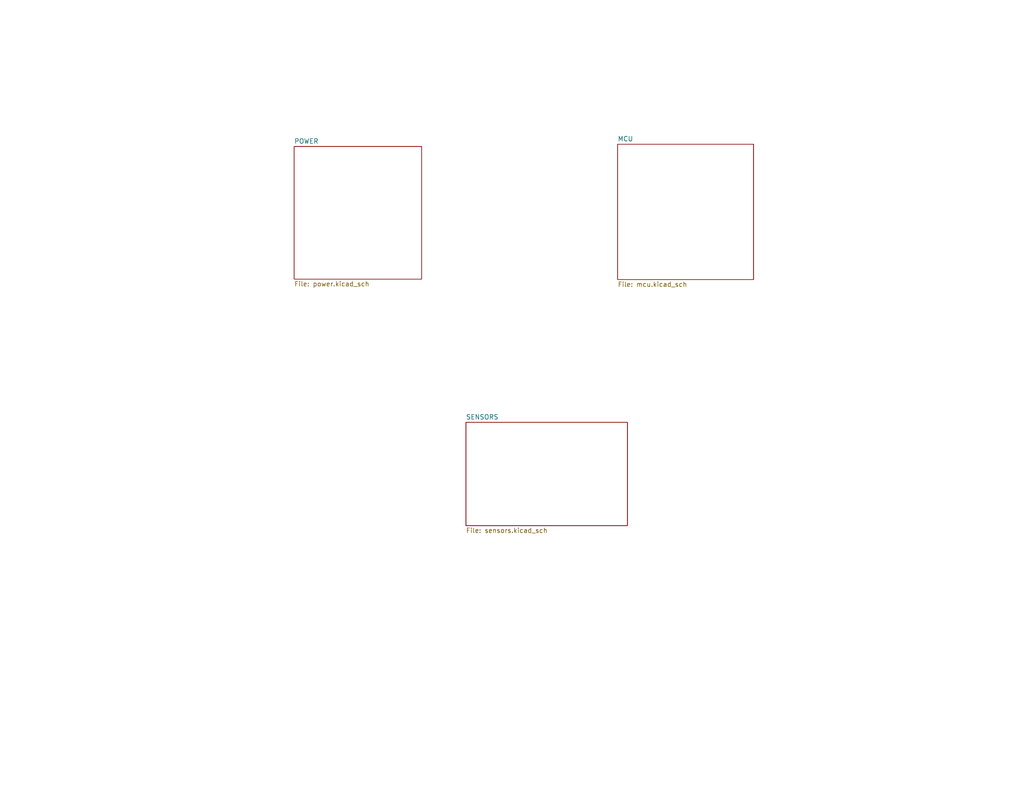
<source format=kicad_sch>
(kicad_sch (version 20211123) (generator eeschema)
  (paper "USLetter")
  (lib_symbols)
  (sheet (at 168.529 39.37) (size 37.084 36.957) (stroke (width 0.1524))
    (property "Sheet name" "MCU" (at 168.529 38.6584 0) (effects (justify left bottom)))
    (property "Sheet file" "mcu.kicad_sch" (at 168.529 76.9116 0) (effects (justify left top)))
  )
  (sheet (at 80.264 40.005) (size 34.798 36.195) (stroke (width 0.1524))
    (property "Sheet name" "POWER" (at 80.264 39.2934 0) (effects (justify left bottom)))
    (property "Sheet file" "power.kicad_sch" (at 80.264 76.7846 0) (effects (justify left top)))
  )
  (sheet (at 127.127 115.316) (size 44.069 28.194) (stroke (width 0.1524))
    (property "Sheet name" "SENSORS" (at 127.127 114.6044 0) (effects (justify left bottom)))
    (property "Sheet file" "sensors.kicad_sch" (at 127.127 144.0946 0) (effects (justify left top)))
  )
)
</source>
